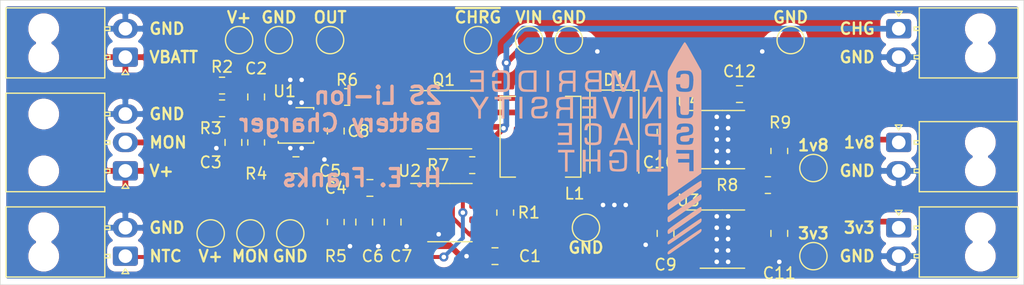
<source format=kicad_pcb>
(kicad_pcb (version 20171130) (host pcbnew "(5.1.10)-1")
  (title_block (title "2S Li-Ion Battery Charger") (date 2021-10-18) (rev 1) (company "Cambridge University Spaceflight") (comment 1 "Drawn By Henry Franks"))
  (layers (0 F.Cu signal) (31 B.Cu signal) (34 B.Paste user) (35 F.Paste user) (36 B.SilkS user) (37 F.SilkS user) (38 B.Mask user) (39 F.Mask user) (44 Edge.Cuts user))
  (net 0 "")
  (net 1 VBATT)
  (net 2 GND)
  (net 3 "Net-(C2-Pad1)")
  (net 4 "Net-(C2-Pad2)")
  (net 5 "Net-(C4-Pad1)")
  (net 6 "Net-(C4-Pad2)")
  (net 7 "Net-(C5-Pad1)")
  (net 8 "Net-(C6-Pad1)")
  (net 9 3v3)
  (net 10 1v8)
  (net 11 "Net-(D1-Pad1)")
  (net 12 /BATT_MON)
  (net 13 "Net-(J2-Pad1)")
  (net 14 "Net-(L1-Pad2)")
  (net 15 "Net-(Q1-Pad4)")
  (net 16 "Net-(Q1-Pad2)")
  (net 17 "Net-(R4-Pad2)")
  (net 18 "Net-(R8-Pad1)")
  (net 19 "Net-(C8-Pad1)")
  (net 20 "Net-(J6-Pad1)")
  (net 21 "Net-(TP3-Pad1)")
  (module Battery:cusf_logo_full (layer B.Cu) (at 156.5 109.5 180)
    (fp_text reference G*** hide)
    (fp_text value LOGO hide)
  )
  (module Battery:TestPoint_Pad_D2.0mm (layer F.Cu) (at 156.5 116.5)
    (fp_text reference TP13)
    (fp_text value TestPoint)
    (pad 1 smd circle (at 0 0) (size 2 2) (layers F.Cu F.Mask) (net 2 GND))
  )
  (module Battery:TestPoint_Pad_D2.0mm (layer F.Cu) (at 174.5 100)
    (fp_text reference TP12)
    (fp_text value TestPoint)
    (pad 1 smd circle (at 0 0) (size 2 2) (layers F.Cu F.Mask) (net 2 GND))
  )
  (module Battery:TestPoint_Pad_D2.0mm (layer F.Cu) (at 155 100)
    (fp_text reference TP5)
    (fp_text value TestPoint)
    (pad 1 smd circle (at 0 0) (size 2 2) (layers F.Cu F.Mask) (net 2 GND))
  )
  (module Battery:C_0805_2012Metric_Pad1.18x1.45mm_HandSolder (layer F.Cu) (at 127.5 105 270)
    (fp_text reference C2 (at -2.5 0 180) (layer F.SilkS))
    (fp_text value 100n)
    (pad 1 smd roundrect (at -1.0375 0 270) (size 1.175 1.45) (layers F.Cu F.Paste F.Mask) (roundrect_rratio 0.2127659574468085) (net 3 "Net-(C2-Pad1)"))
    (pad 2 smd roundrect (at 1.0375 0 270) (size 1.175 1.45) (layers F.Cu F.Paste F.Mask) (roundrect_rratio 0.2127659574468085) (net 4 "Net-(C2-Pad2)"))
  )
  (module Battery:SOIC-8_3.9x4.9mm_P1.27mm (layer F.Cu) (at 168.5 108.75)
    (fp_text reference U4 (at -3 -3.4) (layer F.SilkS))
    (fp_text value MAX604)
    (pad 1 smd roundrect (at -2.475 -1.905) (size 1.95 0.6) (layers F.Cu F.Paste F.Mask) (net 1 VBATT))
    (pad 2 smd roundrect (at -2.475 -0.635) (size 1.95 0.6) (layers F.Cu F.Paste F.Mask) (net 2 GND))
    (pad 3 smd roundrect (at -2.475 0.635) (size 1.95 0.6) (layers F.Cu F.Paste F.Mask) (net 2 GND))
    (pad 4 smd roundrect (at -2.475 1.905) (size 1.95 0.6) (layers F.Cu F.Paste F.Mask) (net 1 VBATT))
    (pad 5 smd roundrect (at 2.475 1.905) (size 1.95 0.6) (layers F.Cu F.Paste F.Mask) (net 18 "Net-(R8-Pad1)"))
    (pad 6 smd roundrect (at 2.475 0.635) (size 1.95 0.6) (layers F.Cu F.Paste F.Mask) (net 2 GND))
    (pad 7 smd roundrect (at 2.475 -0.635) (size 1.95 0.6) (layers F.Cu F.Paste F.Mask) (net 2 GND))
    (pad 8 smd roundrect (at 2.475 -1.905) (size 1.95 0.6) (layers F.Cu F.Paste F.Mask) (net 10 1v8))
  )
  (module Battery:SOIC-8_3.9x4.9mm_P1.27mm (layer F.Cu) (at 168.5 117.5)
    (fp_text reference U3 (at -3 -3.4) (layer F.SilkS))
    (fp_text value MAX604)
    (pad 1 smd roundrect (at -2.475 -1.905) (size 1.95 0.6) (layers F.Cu F.Paste F.Mask) (net 1 VBATT))
    (pad 2 smd roundrect (at -2.475 -0.635) (size 1.95 0.6) (layers F.Cu F.Paste F.Mask) (net 2 GND))
    (pad 3 smd roundrect (at -2.475 0.635) (size 1.95 0.6) (layers F.Cu F.Paste F.Mask) (net 2 GND))
    (pad 4 smd roundrect (at -2.475 1.905) (size 1.95 0.6) (layers F.Cu F.Paste F.Mask) (net 1 VBATT))
    (pad 5 smd roundrect (at 2.475 1.905) (size 1.95 0.6) (layers F.Cu F.Paste F.Mask) (net 2 GND))
    (pad 6 smd roundrect (at 2.475 0.635) (size 1.95 0.6) (layers F.Cu F.Paste F.Mask) (net 2 GND))
    (pad 7 smd roundrect (at 2.475 -0.635) (size 1.95 0.6) (layers F.Cu F.Paste F.Mask) (net 2 GND))
    (pad 8 smd roundrect (at 2.475 -1.905) (size 1.95 0.6) (layers F.Cu F.Paste F.Mask) (net 9 3v3))
  )
  (module Battery:SO-8_3.9x4.9mm_P1.27mm (layer F.Cu) (at 144.54 115.17)
    (fp_text reference U2 (at -3.54 -3.67) (layer F.SilkS))
    (fp_text value LTC4002ES8)
    (pad 1 smd roundrect (at -2.575 -1.905) (size 1.75 0.6) (layers F.Cu F.Paste F.Mask) (net 5 "Net-(C4-Pad1)"))
    (pad 2 smd roundrect (at -2.575 -0.635) (size 1.75 0.6) (layers F.Cu F.Paste F.Mask) (net 8 "Net-(C6-Pad1)"))
    (pad 3 smd roundrect (at -2.575 0.635) (size 1.75 0.6) (layers F.Cu F.Paste F.Mask) (net 16 "Net-(Q1-Pad2)"))
    (pad 4 smd roundrect (at -2.575 1.905) (size 1.75 0.6) (layers F.Cu F.Paste F.Mask) (net 2 GND))
    (pad 5 smd roundrect (at 2.575 1.905) (size 1.75 0.6) (layers F.Cu F.Paste F.Mask) (net 15 "Net-(Q1-Pad4)"))
    (pad 6 smd roundrect (at 2.575 0.635) (size 1.75 0.6) (layers F.Cu F.Paste F.Mask) (net 1 VBATT))
    (pad 7 smd roundrect (at 2.575 -0.635) (size 1.75 0.6) (layers F.Cu F.Paste F.Mask) (net 14 "Net-(L1-Pad2)"))
    (pad 8 smd roundrect (at 2.575 -1.905) (size 1.75 0.6) (layers F.Cu F.Paste F.Mask) (net 20 "Net-(J6-Pad1)"))
  )
  (module Battery:BQ2920X (layer F.Cu) (at 131 107.5)
    (fp_text reference U1 (at -1 -3) (layer F.SilkS))
    (fp_text value BQ29200)
    (pad 9 smd rect (at 0 0) (size 1.55 2.4) (layers F.Cu F.Mask))
    (pad 8 smd rect (at 1.4 -0.975) (size 0.65 0.35) (layers F.Cu F.Paste F.Mask) (net 21 "Net-(TP3-Pad1)"))
    (pad 7 smd rect (at 1.4 -0.325) (size 0.65 0.35) (layers F.Cu F.Paste F.Mask) (net 19 "Net-(C8-Pad1)"))
    (pad 6 smd rect (at 1.4 0.325) (size 0.65 0.35) (layers F.Cu F.Paste F.Mask) (net 2 GND))
    (pad 5 smd rect (at 1.4 0.975) (size 0.65 0.35) (layers F.Cu F.Paste F.Mask) (net 2 GND))
    (pad 4 smd rect (at -1.4 0.975) (size 0.65 0.35) (layers F.Cu F.Paste F.Mask) (net 7 "Net-(C5-Pad1)"))
    (pad 3 smd rect (at -1.4 0.325) (size 0.65 0.35) (layers F.Cu F.Paste F.Mask) (net 17 "Net-(R4-Pad2)"))
    (pad 2 smd rect (at -1.4 -0.325) (size 0.65 0.35) (layers F.Cu F.Paste F.Mask) (net 4 "Net-(C2-Pad2)"))
    (pad 1 smd rect (at -1.4 -0.975) (size 0.65 0.35) (layers F.Cu F.Paste F.Mask) (net 3 "Net-(C2-Pad1)"))
  )
  (module Battery:TestPoint_Pad_D2.0mm (layer F.Cu) (at 130.5 117)
    (fp_text reference TP11)
    (fp_text value TestPoint)
    (pad 1 smd circle (at 0 0) (size 2 2) (layers F.Cu F.Mask) (net 2 GND))
  )
  (module Battery:TestPoint_Pad_D2.0mm (layer F.Cu) (at 127 117)
    (fp_text reference TP10)
    (fp_text value TestPoint)
    (pad 1 smd circle (at 0 0) (size 2 2) (layers F.Cu F.Mask) (net 12 /BATT_MON))
  )
  (module Battery:TestPoint_Pad_D2.0mm (layer F.Cu) (at 123.5 117)
    (fp_text reference TP9)
    (fp_text value TestPoint)
    (pad 1 smd circle (at 0 0) (size 2 2) (layers F.Cu F.Mask) (net 1 VBATT))
  )
  (module Battery:TestPoint_Pad_D2.0mm (layer F.Cu) (at 176.5 111.25)
    (fp_text reference TP8)
    (fp_text value TestPoint)
    (pad 1 smd circle (at 0 0) (size 2 2) (layers F.Cu F.Mask) (net 10 1v8))
  )
  (module Battery:TestPoint_Pad_D2.0mm (layer F.Cu) (at 176.5 119)
    (fp_text reference TP7)
    (fp_text value TestPoint)
    (pad 1 smd circle (at 0 0) (size 2 2) (layers F.Cu F.Mask) (net 9 3v3))
  )
  (module Battery:TestPoint_Pad_D2.0mm (layer F.Cu) (at 147 100)
    (fp_text reference TP6)
    (fp_text value TestPoint)
    (pad 1 smd circle (at 0 0) (size 2 2) (layers F.Cu F.Mask) (net 15 "Net-(Q1-Pad4)"))
  )
  (module Battery:TestPoint_Pad_D2.0mm (layer F.Cu) (at 151.5 100)
    (fp_text reference TP4)
    (fp_text value TestPoint)
    (pad 1 smd circle (at 0 0) (size 2 2) (layers F.Cu F.Mask) (net 13 "Net-(J2-Pad1)"))
  )
  (module Battery:TestPoint_Pad_D2.0mm (layer F.Cu) (at 134 100)
    (fp_text reference TP3)
    (fp_text value TestPoint)
    (pad 1 smd circle (at 0 0) (size 2 2) (layers F.Cu F.Mask) (net 21 "Net-(TP3-Pad1)"))
  )
  (module Battery:TestPoint_Pad_D2.0mm (layer F.Cu) (at 129.5 100)
    (fp_text reference TP2)
    (fp_text value TestPoint)
    (pad 1 smd circle (at 0 0) (size 2 2) (layers F.Cu F.Mask) (net 2 GND))
  )
  (module Battery:TestPoint_Pad_D2.0mm (layer F.Cu) (at 126 100)
    (fp_text reference TP1)
    (fp_text value TestPoint)
    (pad 1 smd circle (at 0 0) (size 2 2) (layers F.Cu F.Mask) (net 1 VBATT))
  )
  (module Battery:R_0805_2012Metric_Pad1.20x1.40mm_HandSolder (layer F.Cu) (at 173.5 109.75 90)
    (fp_text reference R9 (at 2.5 -1 180) (layer F.SilkS) (effects (justify left)))
    (fp_text value 100k)
    (pad 1 smd roundrect (at -1 0 90) (size 1.2 1.4) (layers F.Cu F.Paste F.Mask) (roundrect_rratio 0.2083325) (net 18 "Net-(R8-Pad1)"))
    (pad 2 smd roundrect (at 1 0 90) (size 1.2 1.4) (layers F.Cu F.Paste F.Mask) (roundrect_rratio 0.2083325) (net 10 1v8))
  )
  (module Battery:R_0805_2012Metric_Pad1.20x1.40mm_HandSolder (layer F.Cu) (at 172.5 112.75 180)
    (fp_text reference R8 (at 2.5 0 180) (layer F.SilkS) (effects (justify right)))
    (fp_text value 200k)
    (pad 1 smd roundrect (at -1 0 180) (size 1.2 1.4) (layers F.Cu F.Paste F.Mask) (roundrect_rratio 0.2083325) (net 18 "Net-(R8-Pad1)"))
    (pad 2 smd roundrect (at 1 0 180) (size 1.2 1.4) (layers F.Cu F.Paste F.Mask) (roundrect_rratio 0.2083325) (net 2 GND))
  )
  (module Battery:R_0805_2012Metric_Pad1.20x1.40mm_HandSolder (layer F.Cu) (at 146.5 111)
    (fp_text reference R7 (at -3 0) (layer F.SilkS))
    (fp_text value 100k)
    (pad 2 smd roundrect (at 1 0) (size 1.2 1.4) (layers F.Cu F.Paste F.Mask) (roundrect_rratio 0.2083325) (net 13 "Net-(J2-Pad1)"))
    (pad 1 smd roundrect (at -1 0) (size 1.2 1.4) (layers F.Cu F.Paste F.Mask) (roundrect_rratio 0.2083325) (net 15 "Net-(Q1-Pad4)"))
  )
  (module Battery:R_0805_2012Metric_Pad1.20x1.40mm_HandSolder (layer F.Cu) (at 135.5 105 180)
    (fp_text reference R6 (at 0 1.5) (layer F.SilkS))
    (fp_text value 100)
    (pad 2 smd roundrect (at 1 0 180) (size 1.2 1.4) (layers F.Cu F.Paste F.Mask) (roundrect_rratio 0.2083325) (net 19 "Net-(C8-Pad1)"))
    (pad 1 smd roundrect (at -1 0 180) (size 1.2 1.4) (layers F.Cu F.Paste F.Mask) (roundrect_rratio 0.2083325) (net 1 VBATT))
  )
  (module Battery:R_0805_2012Metric_Pad1.20x1.40mm_HandSolder (layer F.Cu) (at 134.5 116 270)
    (fp_text reference R5 (at 3 0 180) (layer F.SilkS))
    (fp_text value 2k2)
    (pad 2 smd roundrect (at 1 0 270) (size 1.2 1.4) (layers F.Cu F.Paste F.Mask) (roundrect_rratio 0.2083325) (net 2 GND))
    (pad 1 smd roundrect (at -1 0 270) (size 1.2 1.4) (layers F.Cu F.Paste F.Mask) (roundrect_rratio 0.2083325) (net 6 "Net-(C4-Pad2)"))
  )
  (module Battery:R_0805_2012Metric_Pad1.20x1.40mm_HandSolder (layer F.Cu) (at 127.5 109 90)
    (fp_text reference R4 (at -2.75 0 180) (layer F.SilkS))
    (fp_text value 100)
    (pad 2 smd roundrect (at 1 0 90) (size 1.2 1.4) (layers F.Cu F.Paste F.Mask) (roundrect_rratio 0.2083325) (net 17 "Net-(R4-Pad2)"))
    (pad 1 smd roundrect (at -1 0 90) (size 1.2 1.4) (layers F.Cu F.Paste F.Mask) (roundrect_rratio 0.2083325) (net 12 /BATT_MON))
  )
  (module Battery:R_0805_2012Metric_Pad1.20x1.40mm_HandSolder (layer F.Cu) (at 124.5 106)
    (fp_text reference R3 (at -1 1.75) (layer F.SilkS))
    (fp_text value 261)
    (pad 2 smd roundrect (at 1 0) (size 1.2 1.4) (layers F.Cu F.Paste F.Mask) (roundrect_rratio 0.2083325) (net 4 "Net-(C2-Pad2)"))
    (pad 1 smd roundrect (at -1 0) (size 1.2 1.4) (layers F.Cu F.Paste F.Mask) (roundrect_rratio 0.2083325) (net 12 /BATT_MON))
  )
  (module Battery:R_0805_2012Metric_Pad1.20x1.40mm_HandSolder (layer F.Cu) (at 124.5 104)
    (fp_text reference R2 (at 0 -1.65) (layer F.SilkS))
    (fp_text value 160)
    (pad 2 smd roundrect (at 1 0) (size 1.2 1.4) (layers F.Cu F.Paste F.Mask) (roundrect_rratio 0.2083325) (net 3 "Net-(C2-Pad1)"))
    (pad 1 smd roundrect (at -1 0) (size 1.2 1.4) (layers F.Cu F.Paste F.Mask) (roundrect_rratio 0.2083325) (net 1 VBATT))
  )
  (module Battery:R_0805_2012Metric_Pad1.20x1.40mm_HandSolder (layer F.Cu) (at 149.4 115.17 90)
    (fp_text reference R1 (at 0 1 180) (layer F.SilkS) (effects (justify left)))
    (fp_text value 50m)
    (pad 2 smd roundrect (at 1 0 90) (size 1.2 1.4) (layers F.Cu F.Paste F.Mask) (roundrect_rratio 0.2083325) (net 14 "Net-(L1-Pad2)"))
    (pad 1 smd roundrect (at -1 0 90) (size 1.2 1.4) (layers F.Cu F.Paste F.Mask) (roundrect_rratio 0.2083325) (net 1 VBATT))
  )
  (module Battery:SOIC-8_3.9x4.9mm_P1.27mm (layer F.Cu) (at 144.5 107)
    (fp_text reference Q1 (at -0.5 -3.5) (layer F.SilkS))
    (fp_text value Si9933CDY)
    (pad 8 smd roundrect (at 2.475 -1.905) (size 1.95 0.6) (layers F.Cu F.Paste F.Mask) (net 11 "Net-(D1-Pad1)"))
    (pad 7 smd roundrect (at 2.475 -0.635) (size 1.95 0.6) (layers F.Cu F.Paste F.Mask) (net 11 "Net-(D1-Pad1)"))
    (pad 6 smd roundrect (at 2.475 0.635) (size 1.95 0.6) (layers F.Cu F.Paste F.Mask) (net 13 "Net-(J2-Pad1)"))
    (pad 5 smd roundrect (at 2.475 1.905) (size 1.95 0.6) (layers F.Cu F.Paste F.Mask) (net 13 "Net-(J2-Pad1)"))
    (pad 4 smd roundrect (at -2.475 1.905) (size 1.95 0.6) (layers F.Cu F.Paste F.Mask) (net 15 "Net-(Q1-Pad4)"))
    (pad 3 smd roundrect (at -2.475 0.635) (size 1.95 0.6) (layers F.Cu F.Paste F.Mask) (net 8 "Net-(C6-Pad1)"))
    (pad 2 smd roundrect (at -2.475 -0.635) (size 1.95 0.6) (layers F.Cu F.Paste F.Mask) (net 16 "Net-(Q1-Pad2)"))
    (pad 1 smd roundrect (at -2.475 -1.905) (size 1.95 0.6) (layers F.Cu F.Paste F.Mask) (net 8 "Net-(C6-Pad1)"))
  )
  (module Battery:L_Wuerth_HCI-7050 (layer F.Cu) (at 152.5 108.5 270)
    (fp_text reference L1 (at 5 -3 180) (layer F.SilkS))
    (fp_text value 6u8)
    (pad 1 smd rect (at -2.8 0 270) (size 3.1 3.6) (layers F.Cu F.Adhes F.Paste F.Mask) (net 11 "Net-(D1-Pad1)"))
    (pad 2 smd rect (at 2.8 0 270) (size 3.1 3.6) (layers F.Cu F.Paste F.Mask) (net 14 "Net-(L1-Pad2)"))
  )
  (module Battery:Molex_Nano-Fit_105313-xx02_1x02_P2.50mm_Horizontal (layer F.Cu) (at 116 119 180)
    (fp_text reference J6)
    (fp_text value NTC)
    (pad 1 thru_hole roundrect (at 0 0 180) (size 2.2 1.7) (drill 1.2) (layers *.Cu *.Mask) (roundrect_rratio 0.1470588235294118) (net 20 "Net-(J6-Pad1)"))
    (pad 2 thru_hole oval (at 0 2.5 180) (size 2.2 1.7) (drill 1.2) (layers *.Cu *.Mask) (net 2 GND))
    (pad "" np_thru_hole circle (at 7.18 0 180) (size 1.7 1.7) (drill 1.7) (layers *.Cu *.Mask))
    (pad "" np_thru_hole circle (at 7.18 2.5 180) (size 1.7 1.7) (drill 1.7) (layers *.Cu *.Mask))
  )
  (module Battery:Molex_Nano-Fit_105313-xx02_1x02_P2.50mm_Horizontal (layer F.Cu) (at 184 109)
    (fp_text reference J5)
    (fp_text value 1v8)
    (pad "" np_thru_hole circle (at 7.18 2.5) (size 1.7 1.7) (drill 1.7) (layers *.Cu *.Mask))
    (pad "" np_thru_hole circle (at 7.18 0) (size 1.7 1.7) (drill 1.7) (layers *.Cu *.Mask))
    (pad 2 thru_hole oval (at 0 2.5) (size 2.2 1.7) (drill 1.2) (layers *.Cu *.Mask) (net 2 GND))
    (pad 1 thru_hole roundrect (at 0 0) (size 2.2 1.7) (drill 1.2) (layers *.Cu *.Mask) (roundrect_rratio 0.1470588235294118) (net 10 1v8))
  )
  (module Battery:Molex_Nano-Fit_105313-xx02_1x02_P2.50mm_Horizontal (layer F.Cu) (at 184 116.5)
    (fp_text reference J4)
    (fp_text value 3v3)
    (pad "" np_thru_hole circle (at 7.18 2.5) (size 1.7 1.7) (drill 1.7) (layers *.Cu *.Mask))
    (pad "" np_thru_hole circle (at 7.18 0) (size 1.7 1.7) (drill 1.7) (layers *.Cu *.Mask))
    (pad 2 thru_hole oval (at 0 2.5) (size 2.2 1.7) (drill 1.2) (layers *.Cu *.Mask) (net 2 GND))
    (pad 1 thru_hole roundrect (at 0 0) (size 2.2 1.7) (drill 1.2) (layers *.Cu *.Mask) (roundrect_rratio 0.1470588235294118) (net 9 3v3))
  )
  (module Battery:Molex_Nano-Fit_105313-xx02_1x02_P2.50mm_Horizontal (layer F.Cu) (at 116 101.5 180)
    (fp_text reference J3)
    (fp_text value PWR)
    (pad 1 thru_hole roundrect (at 0 0 180) (size 2.2 1.7) (drill 1.2) (layers *.Cu *.Mask) (roundrect_rratio 0.1470588235294118) (net 1 VBATT))
    (pad 2 thru_hole oval (at 0 2.5 180) (size 2.2 1.7) (drill 1.2) (layers *.Cu *.Mask) (net 2 GND))
    (pad "" np_thru_hole circle (at 7.18 0 180) (size 1.7 1.7) (drill 1.7) (layers *.Cu *.Mask))
    (pad "" np_thru_hole circle (at 7.18 2.5 180) (size 1.7 1.7) (drill 1.7) (layers *.Cu *.Mask))
  )
  (module Battery:Molex_Nano-Fit_105313-xx02_1x02_P2.50mm_Horizontal (layer F.Cu) (at 184 99)
    (fp_text reference J2)
    (fp_text value CHG)
    (pad "" np_thru_hole circle (at 7.18 2.5) (size 1.7 1.7) (drill 1.7) (layers *.Cu *.Mask))
    (pad "" np_thru_hole circle (at 7.18 0) (size 1.7 1.7) (drill 1.7) (layers *.Cu *.Mask))
    (pad 2 thru_hole oval (at 0 2.5) (size 2.2 1.7) (drill 1.2) (layers *.Cu *.Mask) (net 2 GND))
    (pad 1 thru_hole roundrect (at 0 0) (size 2.2 1.7) (drill 1.2) (layers *.Cu *.Mask) (roundrect_rratio 0.1470588235294118) (net 13 "Net-(J2-Pad1)"))
  )
  (module Battery:Molex_Nano-Fit_105313-xx03_1x03_P2.50mm_Horizontal (layer F.Cu) (at 116 111.5 180)
    (fp_text reference J1)
    (fp_text value BATTERY)
    (pad 1 thru_hole roundrect (at 0 0 180) (size 2.2 1.7) (drill 1.2) (layers *.Cu *.Mask) (roundrect_rratio 0.1470588235294118) (net 1 VBATT))
    (pad 2 thru_hole oval (at 0 2.5 180) (size 2.2 1.7) (drill 1.2) (layers *.Cu *.Mask) (net 12 /BATT_MON))
    (pad 3 thru_hole oval (at 0 5 180) (size 2.2 1.7) (drill 1.2) (layers *.Cu *.Mask) (net 2 GND))
    (pad "" np_thru_hole circle (at 7.18 0 180) (size 1.7 1.7) (drill 1.7) (layers *.Cu *.Mask))
    (pad "" np_thru_hole circle (at 7.18 5 180) (size 1.7 1.7) (drill 1.7) (layers *.Cu *.Mask))
  )
  (module Battery:D_SMB_Handsoldering (layer F.Cu) (at 159 109 270)
    (fp_text reference D1 (at -5.5 0 180) (layer F.SilkS))
    (fp_text value B330)
    (pad 1 smd rect (at -2.7 0 270) (size 3.5 2.3) (layers F.Cu F.Paste F.Mask) (net 11 "Net-(D1-Pad1)"))
    (pad 2 smd rect (at 2.7 0 270) (size 3.5 2.3) (layers F.Cu F.Paste F.Mask) (net 2 GND))
  )
  (module Battery:C_0805_2012Metric_Pad1.18x1.45mm_HandSolder (layer F.Cu) (at 170 104.75 180)
    (fp_text reference C12 (at 0 2) (layer F.SilkS))
    (fp_text value 10u)
    (pad 2 smd roundrect (at 1.0375 0 180) (size 1.175 1.45) (layers F.Cu F.Paste F.Mask) (roundrect_rratio 0.2127659574468085) (net 2 GND))
    (pad 1 smd roundrect (at -1.0375 0 180) (size 1.175 1.45) (layers F.Cu F.Paste F.Mask) (roundrect_rratio 0.2127659574468085) (net 10 1v8))
  )
  (module Battery:C_0805_2012Metric_Pad1.18x1.45mm_HandSolder (layer F.Cu) (at 173.5 117 270)
    (fp_text reference C11 (at 3.5 0 180) (layer F.SilkS))
    (fp_text value 10u)
    (pad 2 smd roundrect (at 1.0375 0 270) (size 1.175 1.45) (layers F.Cu F.Paste F.Mask) (roundrect_rratio 0.2127659574468085) (net 2 GND))
    (pad 1 smd roundrect (at -1.0375 0 270) (size 1.175 1.45) (layers F.Cu F.Paste F.Mask) (roundrect_rratio 0.2127659574468085) (net 9 3v3))
  )
  (module Battery:C_0805_2012Metric_Pad1.18x1.45mm_HandSolder (layer F.Cu) (at 163.5 108.1 270)
    (fp_text reference C10 (at 2.65 -1 180) (layer F.SilkS) (effects (justify right)))
    (fp_text value 10u)
    (pad 2 smd roundrect (at 1.0375 0 270) (size 1.175 1.45) (layers F.Cu F.Paste F.Mask) (roundrect_rratio 0.2127659574468085) (net 2 GND))
    (pad 1 smd roundrect (at -1.0375 0 270) (size 1.175 1.45) (layers F.Cu F.Paste F.Mask) (roundrect_rratio 0.2127659574468085) (net 1 VBATT))
  )
  (module Battery:C_0805_2012Metric_Pad1.18x1.45mm_HandSolder (layer F.Cu) (at 163.5 117 270)
    (fp_text reference C9 (at 2.75 0 180) (layer F.SilkS))
    (fp_text value 10u)
    (pad 2 smd roundrect (at 1.0375 0 270) (size 1.175 1.45) (layers F.Cu F.Paste F.Mask) (roundrect_rratio 0.2127659574468085) (net 2 GND))
    (pad 1 smd roundrect (at -1.0375 0 270) (size 1.175 1.45) (layers F.Cu F.Paste F.Mask) (roundrect_rratio 0.2127659574468085) (net 1 VBATT))
  )
  (module Battery:C_0805_2012Metric_Pad1.18x1.45mm_HandSolder (layer F.Cu) (at 134.5 108 270)
    (fp_text reference C8 (at 0 -2 180) (layer F.SilkS))
    (fp_text value 100n)
    (pad 1 smd roundrect (at -1.0375 0 270) (size 1.175 1.45) (layers F.Cu F.Paste F.Mask) (roundrect_rratio 0.2127659574468085) (net 19 "Net-(C8-Pad1)"))
    (pad 2 smd roundrect (at 1.0375 0 270) (size 1.175 1.45) (layers F.Cu F.Paste F.Mask) (roundrect_rratio 0.2127659574468085) (net 2 GND))
  )
  (module Battery:C_0805_2012Metric_Pad1.18x1.45mm_HandSolder (layer F.Cu) (at 139.5 116 270)
    (fp_text reference C7 (at 3 -0.75 180) (layer F.SilkS))
    (fp_text value 10u)
    (pad 1 smd roundrect (at -1.0375 0 270) (size 1.175 1.45) (layers F.Cu F.Paste F.Mask) (roundrect_rratio 0.2127659574468085) (net 8 "Net-(C6-Pad1)"))
    (pad 2 smd roundrect (at 1.0375 0 270) (size 1.175 1.45) (layers F.Cu F.Paste F.Mask) (roundrect_rratio 0.2127659574468085) (net 2 GND))
  )
  (module Battery:C_0805_2012Metric_Pad1.18x1.45mm_HandSolder (layer F.Cu) (at 137 116 270)
    (fp_text reference C6 (at 3 -0.75 180) (layer F.SilkS))
    (fp_text value 100n)
    (pad 1 smd roundrect (at -1.0375 0 270) (size 1.175 1.45) (layers F.Cu F.Paste F.Mask) (roundrect_rratio 0.2127659574468085) (net 8 "Net-(C6-Pad1)"))
    (pad 2 smd roundrect (at 1.0375 0 270) (size 1.175 1.45) (layers F.Cu F.Paste F.Mask) (roundrect_rratio 0.2127659574468085) (net 2 GND))
  )
  (module Battery:C_0805_2012Metric_Pad1.18x1.45mm_HandSolder (layer F.Cu) (at 131 111)
    (fp_text reference C5 (at 3 0.5) (layer F.SilkS))
    (fp_text value 330n)
    (pad 1 smd roundrect (at -1.0375 0) (size 1.175 1.45) (layers F.Cu F.Paste F.Mask) (roundrect_rratio 0.2127659574468085) (net 7 "Net-(C5-Pad1)"))
    (pad 2 smd roundrect (at 1.0375 0) (size 1.175 1.45) (layers F.Cu F.Paste F.Mask) (roundrect_rratio 0.2127659574468085) (net 2 GND))
  )
  (module Battery:C_0805_2012Metric_Pad1.18x1.45mm_HandSolder (layer F.Cu) (at 137.5 113 180)
    (fp_text reference C4 (at 3 0) (layer F.SilkS))
    (fp_text value 470n)
    (pad 1 smd roundrect (at -1.0375 0 180) (size 1.175 1.45) (layers F.Cu F.Paste F.Mask) (roundrect_rratio 0.2127659574468085) (net 5 "Net-(C4-Pad1)"))
    (pad 2 smd roundrect (at 1.0375 0 180) (size 1.175 1.45) (layers F.Cu F.Paste F.Mask) (roundrect_rratio 0.2127659574468085) (net 6 "Net-(C4-Pad2)"))
  )
  (module Battery:C_0805_2012Metric_Pad1.18x1.45mm_HandSolder (layer F.Cu) (at 125.5 109 270)
    (fp_text reference C3 (at 1.75 2 180) (layer F.SilkS))
    (fp_text value 100n)
    (pad 1 smd roundrect (at -1.0375 0 270) (size 1.175 1.45) (layers F.Cu F.Paste F.Mask) (roundrect_rratio 0.2127659574468085) (net 4 "Net-(C2-Pad2)"))
    (pad 2 smd roundrect (at 1.0375 0 270) (size 1.175 1.45) (layers F.Cu F.Paste F.Mask) (roundrect_rratio 0.2127659574468085) (net 2 GND))
  )
  (module Battery:C_0805_2012Metric_Pad1.18x1.45mm_HandSolder (layer F.Cu) (at 148.5 119 180)
    (fp_text reference C1 (at -2 0 180) (layer F.SilkS) (effects (justify left)))
    (fp_text value 22u)
    (pad 1 smd roundrect (at -1.0375 0 180) (size 1.175 1.45) (layers F.Cu F.Paste F.Mask) (roundrect_rratio 0.2127659574468085) (net 1 VBATT))
    (pad 2 smd roundrect (at 1.0375 0 180) (size 1.175 1.45) (layers F.Cu F.Paste F.Mask) (roundrect_rratio 0.2127659574468085) (net 2 GND))
  )
  (gr_text "2S Li-Ion\nBattery Charger\n\nH. E. Franks" (at 144 108.5) (layer B.SilkS) (effects (font (size 1.5 1.5) (thickness 0.3)) (justify left mirror)))
  (gr_text GND (at 182 101.5) (layer F.SilkS) (effects (font (size 1 1) (thickness 0.2)) (justify right)))
  (gr_text CHG (at 182 99) (layer F.SilkS) (effects (font (size 1 1) (thickness 0.2)) (justify right)))
  (gr_text 1v8 (at 182 109) (layer F.SilkS) (effects (font (size 1 1) (thickness 0.2)) (justify right)))
  (gr_text 3v3 (at 182 116.5) (layer F.SilkS) (effects (font (size 1 1) (thickness 0.2)) (justify right)))
  (gr_text GND (at 182 119) (layer F.SilkS) (effects (font (size 1 1) (thickness 0.2)) (justify right)))
  (gr_text GND (at 182 111.5) (layer F.SilkS) (effects (font (size 1 1) (thickness 0.2)) (justify right)))
  (gr_text VBATT (at 118 101.5) (layer F.SilkS) (effects (font (size 1 1) (thickness 0.2)) (justify left)))
  (gr_text GND (at 118 99) (layer F.SilkS) (effects (font (size 1 1) (thickness 0.2)) (justify left)))
  (gr_text NTC (at 118 119) (layer F.SilkS) (effects (font (size 1 1) (thickness 0.2)) (justify left)))
  (gr_text GND (at 118 116.5) (layer F.SilkS) (effects (font (size 1 1) (thickness 0.2)) (justify left)))
  (gr_text GND (at 118 106.5) (layer F.SilkS) (effects (font (size 1 1) (thickness 0.2)) (justify left)))
  (gr_text MON (at 118 109) (layer F.SilkS) (effects (font (size 1 1) (thickness 0.2)) (justify left)))
  (gr_text V+ (at 118 111.5) (layer F.SilkS) (effects (font (size 1 1) (thickness 0.2)) (justify left)))
  (gr_text 3v3 (at 176.5 117) (layer F.SilkS) (effects (font (size 1 1) (thickness 0.2))))
  (gr_text 1v8 (at 176.5 109.25) (layer F.SilkS) (effects (font (size 1 1) (thickness 0.2))))
  (gr_text GND (at 174.5 98) (layer F.SilkS) (effects (font (size 1 1) (thickness 0.2))))
  (gr_text GND (at 156.5 118.25) (layer F.SilkS) (effects (font (size 1 1) (thickness 0.2))))
  (gr_text GND (at 155 98) (layer F.SilkS) (effects (font (size 1 1) (thickness 0.2))))
  (gr_text VIN (at 151.5 98) (layer F.SilkS) (effects (font (size 1 1) (thickness 0.2))))
  (gr_text GND (at 129.5 98) (layer F.SilkS) (effects (font (size 1 1) (thickness 0.2))))
  (gr_text V+ (at 126 98) (layer F.SilkS) (effects (font (size 1 1) (thickness 0.2))))
  (gr_text GND (at 130.5 119) (layer F.SilkS) (effects (font (size 1 1) (thickness 0.2))))
  (gr_text MON (at 127 119) (layer F.SilkS) (effects (font (size 1 1) (thickness 0.2))))
  (gr_text V+ (at 123.5 119) (layer F.SilkS) (effects (font (size 1 1) (thickness 0.2))))
  (gr_line (start 105 121.5) (end 105 96.5) (layer Edge.Cuts) (width 0.05))
  (gr_line (start 195 121.5) (end 105 121.5) (layer Edge.Cuts) (width 0.05))
  (gr_line (start 195 96.5) (end 195 121.5) (layer Edge.Cuts) (width 0.05))
  (gr_line (start 105 96.5) (end 195 96.5) (layer Edge.Cuts) (width 0.05))
  (gr_text ~CHRG (at 147 98) (layer F.SilkS) (effects (font (size 1 1) (thickness 0.2))))
  (gr_text OUT (at 134 98) (layer F.SilkS) (effects (font (size 1 1) (thickness 0.2))))
  (segment (start 149.5 118.9625) (end 149.5375 119) (width 0.5) (layer F.Cu) (net 1))
  (segment (start 163.8675 115.595) (end 163.5 115.9625) (width 0.5) (layer F.Cu) (net 1))
  (segment (start 166.025 115.595) (end 163.8675 115.595) (width 0.5) (layer F.Cu) (net 1))
  (segment (start 163.7175 106.845) (end 163.5 107.0625) (width 0.5) (layer F.Cu) (net 1))
  (segment (start 166.025 106.845) (end 163.7175 106.845) (width 0.5) (layer F.Cu) (net 1))
  (segment (start 149.035 115.805) (end 149.4 116.17) (width 0.25) (layer F.Cu) (net 1))
  (segment (start 147.115 115.805) (end 149.035 115.805) (width 0.25) (layer F.Cu) (net 1))
  (via (at 130.5 109.5) (size 0.8) (drill 0.4) (layers F.Cu B.Cu) (net 2))
  (via (at 131.5 109.5) (size 0.8) (drill 0.4) (layers F.Cu B.Cu) (net 2))
  (via (at 131.5 105.5) (size 0.8) (drill 0.4) (layers F.Cu B.Cu) (net 2))
  (via (at 130.5 105.5) (size 0.8) (drill 0.4) (layers F.Cu B.Cu) (net 2))
  (segment (start 130.5 107) (end 131 107.5) (width 0.5) (layer F.Cu) (net 2))
  (segment (start 130.5 105.5) (end 130.5 107) (width 0.5) (layer F.Cu) (net 2))
  (segment (start 131.5 107) (end 131 107.5) (width 0.5) (layer F.Cu) (net 2))
  (segment (start 131.5 105.5) (end 131.5 107) (width 0.5) (layer F.Cu) (net 2))
  (segment (start 130.5 108) (end 131 107.5) (width 0.5) (layer F.Cu) (net 2))
  (segment (start 130.5 109.5) (end 130.5 108) (width 0.5) (layer F.Cu) (net 2))
  (segment (start 131.5 108) (end 131 107.5) (width 0.5) (layer F.Cu) (net 2))
  (segment (start 131.5 109.5) (end 131.5 108) (width 0.5) (layer F.Cu) (net 2))
  (segment (start 173.4025 118.135) (end 173.5 118.0375) (width 0.5) (layer F.Cu) (net 2))
  (segment (start 170.975 118.135) (end 173.4025 118.135) (width 0.5) (layer F.Cu) (net 2))
  (segment (start 163.7475 109.385) (end 163.5 109.1375) (width 0.5) (layer F.Cu) (net 2))
  (segment (start 166.025 109.385) (end 163.7475 109.385) (width 0.5) (layer F.Cu) (net 2))
  (via (at 169 110.75) (size 0.8) (drill 0.4) (layers F.Cu B.Cu) (net 2))
  (via (at 169 109.75) (size 0.8) (drill 0.4) (layers F.Cu B.Cu) (net 2))
  (via (at 169 108.75) (size 0.8) (drill 0.4) (layers F.Cu B.Cu) (net 2))
  (via (at 169 107.75) (size 0.8) (drill 0.4) (layers F.Cu B.Cu) (net 2))
  (via (at 169 106.75) (size 0.8) (drill 0.4) (layers F.Cu B.Cu) (net 2))
  (via (at 169 119.5) (size 0.8) (drill 0.4) (layers F.Cu B.Cu) (net 2))
  (via (at 169 118.5) (size 0.8) (drill 0.4) (layers F.Cu B.Cu) (net 2))
  (via (at 169 117.5) (size 0.8) (drill 0.4) (layers F.Cu B.Cu) (net 2))
  (via (at 169 116.5) (size 0.8) (drill 0.4) (layers F.Cu B.Cu) (net 2))
  (via (at 169 115.5) (size 0.8) (drill 0.4) (layers F.Cu B.Cu) (net 2))
  (via (at 168 119.5) (size 0.8) (drill 0.4) (layers F.Cu B.Cu) (net 2))
  (via (at 168 118.5) (size 0.8) (drill 0.4) (layers F.Cu B.Cu) (net 2))
  (via (at 168 117.5) (size 0.8) (drill 0.4) (layers F.Cu B.Cu) (net 2))
  (via (at 168 116.5) (size 0.8) (drill 0.4) (layers F.Cu B.Cu) (net 2))
  (via (at 168 115.5) (size 0.8) (drill 0.4) (layers F.Cu B.Cu) (net 2))
  (via (at 168 106.75) (size 0.8) (drill 0.4) (layers F.Cu B.Cu) (net 2))
  (via (at 168 107.75) (size 0.8) (drill 0.4) (layers F.Cu B.Cu) (net 2))
  (via (at 168 108.75) (size 0.8) (drill 0.4) (layers F.Cu B.Cu) (net 2))
  (via (at 168 110.75) (size 0.8) (drill 0.4) (layers F.Cu B.Cu) (net 2))
  (segment (start 171 112.75) (end 171.5 112.75) (width 0.5) (layer F.Cu) (net 2))
  (segment (start 169 110.75) (end 171 112.75) (width 0.5) (layer F.Cu) (net 2))
  (segment (start 137 117.0375) (end 139.5 117.0375) (width 0.5) (layer F.Cu) (net 2))
  (segment (start 134.5375 117.0375) (end 134.5 117) (width 0.5) (layer F.Cu) (net 2))
  (segment (start 137 117.0375) (end 134.5375 117.0375) (width 0.5) (layer F.Cu) (net 2))
  (segment (start 141.9275 117.0375) (end 141.965 117.075) (width 0.5) (layer F.Cu) (net 2))
  (segment (start 139.5 117.0375) (end 141.9275 117.0375) (width 0.5) (layer F.Cu) (net 2))
  (via (at 159 114.5) (size 0.8) (drill 0.4) (layers F.Cu B.Cu) (net 2))
  (segment (start 159 111.7) (end 159 114.5) (width 0.5) (layer F.Cu) (net 2))
  (via (at 173.5 119.5) (size 0.8) (drill 0.4) (layers F.Cu B.Cu) (net 2))
  (segment (start 173.5 118.0375) (end 173.5 119.5) (width 0.5) (layer F.Cu) (net 2))
  (segment (start 173.405 119.405) (end 173.5 119.5) (width 0.5) (layer F.Cu) (net 2))
  (segment (start 170.975 119.405) (end 173.405 119.405) (width 0.5) (layer F.Cu) (net 2))
  (segment (start 164.5225 108.115) (end 163.5 109.1375) (width 0.5) (layer F.Cu) (net 2))
  (segment (start 166.025 108.115) (end 164.5225 108.115) (width 0.5) (layer F.Cu) (net 2))
  (segment (start 172.3275 116.865) (end 173.5 118.0375) (width 0.5) (layer F.Cu) (net 2))
  (segment (start 170.975 116.865) (end 172.3275 116.865) (width 0.5) (layer F.Cu) (net 2))
  (segment (start 163.5975 118.135) (end 163.5 118.0375) (width 0.5) (layer F.Cu) (net 2))
  (segment (start 166.025 118.135) (end 163.5975 118.135) (width 0.5) (layer F.Cu) (net 2))
  (segment (start 164.6725 116.865) (end 163.5 118.0375) (width 0.5) (layer F.Cu) (net 2))
  (segment (start 166.025 116.865) (end 164.6725 116.865) (width 0.5) (layer F.Cu) (net 2))
  (segment (start 168 105.7125) (end 168.9625 104.75) (width 0.5) (layer F.Cu) (net 2))
  (segment (start 168 106.75) (end 168 105.7125) (width 0.5) (layer F.Cu) (net 2))
  (segment (start 169 104.7875) (end 168.9625 104.75) (width 0.5) (layer F.Cu) (net 2))
  (segment (start 169 106.75) (end 169 104.7875) (width 0.5) (layer F.Cu) (net 2))
  (segment (start 125.5 110.0375) (end 125.0375 110.0375) (width 0.5) (layer F.Cu) (net 2))
  (via (at 124 109.5) (size 0.8) (drill 0.4) (layers F.Cu B.Cu) (net 2))
  (segment (start 125.5 110.0375) (end 124.5375 110.0375) (width 0.5) (layer F.Cu) (net 2))
  (segment (start 132.9625 109.0375) (end 132.4 108.475) (width 0.35) (layer F.Cu) (net 2))
  (segment (start 134.5 109.0375) (end 132.9625 109.0375) (width 0.35) (layer F.Cu) (net 2))
  (segment (start 131.325001 107.825001) (end 132.4 107.825001) (width 0.35) (layer F.Cu) (net 2))
  (segment (start 131 107.5) (end 131.325001 107.825001) (width 0.35) (layer F.Cu) (net 2))
  (segment (start 132.4 108.475) (end 130.525 108.475) (width 0.35) (layer F.Cu) (net 2))
  (segment (start 132.0375 110.0375) (end 131.5 109.5) (width 0.5) (layer F.Cu) (net 2))
  (segment (start 132.0375 111) (end 132.0375 110.0375) (width 0.5) (layer F.Cu) (net 2))
  (segment (start 130.5 105.5) (end 131.5 105.5) (width 0.5) (layer F.Cu) (net 2))
  (segment (start 130.5 109.5) (end 131.5 109.5) (width 0.5) (layer F.Cu) (net 2))
  (via (at 158 114.5) (size 0.8) (drill 0.4) (layers F.Cu B.Cu) (net 2))
  (segment (start 159 114.5) (end 158 114.5) (width 0.5) (layer F.Cu) (net 2))
  (via (at 160 114.5) (size 0.8) (drill 0.4) (layers F.Cu B.Cu) (net 2))
  (segment (start 159 114.5) (end 160 114.5) (width 0.5) (layer F.Cu) (net 2))
  (segment (start 158 112.7) (end 159 111.7) (width 0.5) (layer F.Cu) (net 2))
  (segment (start 158 114.5) (end 158 112.7) (width 0.5) (layer F.Cu) (net 2))
  (segment (start 160 112.7) (end 159 111.7) (width 0.5) (layer F.Cu) (net 2))
  (segment (start 160 114.5) (end 160 112.7) (width 0.5) (layer F.Cu) (net 2))
  (via (at 168 109.75) (size 0.8) (drill 0.4) (layers F.Cu B.Cu) (net 2))
  (segment (start 133 111) (end 132.0375 111) (width 0.5) (layer F.Cu) (net 2))
  (segment (start 133.5 110.5) (end 133 111) (width 0.5) (layer F.Cu) (net 2))
  (via (at 133.5 110.5) (size 0.8) (drill 0.4) (layers F.Cu B.Cu) (net 2))
  (segment (start 134.5 109.0375) (end 134.5 109.5) (width 0.5) (layer F.Cu) (net 2))
  (segment (start 134.5 109.5) (end 133.5 110.5) (width 0.5) (layer F.Cu) (net 2))
  (via (at 172 101) (size 0.8) (drill 0.4) (layers F.Cu B.Cu) (net 2))
  (via (at 157.5 101) (size 0.8) (drill 0.4) (layers F.Cu B.Cu) (net 2))
  (segment (start 129.5 100) (end 130.5 101) (width 0.5) (layer F.Cu) (net 2))
  (segment (start 130.5 101) (end 130.5 103.5) (width 0.5) (layer F.Cu) (net 2))
  (segment (start 143.575 117.075) (end 143.575 117.075) (width 0.35) (layer F.Cu) (net 2))
  (via (at 143.54999 117.075) (size 0.8) (drill 0.4) (layers F.Cu B.Cu) (net 2))
  (segment (start 143.575 117.075) (end 143.54999 117.075) (width 0.35) (layer F.Cu) (net 2))
  (segment (start 130.5 103.5) (end 130.5 105.5) (width 0.5) (layer F.Cu) (net 2))
  (via (at 130.5 103.5) (size 0.8) (drill 0.4) (layers F.Cu B.Cu) (net 2))
  (via (at 131.5 103.5) (size 0.8) (drill 0.4) (layers F.Cu B.Cu) (net 2))
  (segment (start 130.5 103.5) (end 131.5 103.5) (width 0.5) (layer F.Cu) (net 2))
  (segment (start 131.5 105.5) (end 131.5 103.5) (width 0.5) (layer F.Cu) (net 2))
  (segment (start 131.5 102) (end 130.5 101) (width 0.5) (layer F.Cu) (net 2))
  (segment (start 131.5 103.5) (end 131.5 102) (width 0.5) (layer F.Cu) (net 2))
  (segment (start 141.965 117.075) (end 143.54999 117.075) (width 0.5) (layer F.Cu) (net 2))
  (segment (start 147.4625 119) (end 146 119) (width 0.5) (layer F.Cu) (net 2))
  (segment (start 144.97499 118.5) (end 145.47499 119) (width 0.5) (layer F.Cu) (net 2))
  (segment (start 146 119) (end 145.47499 119) (width 0.5) (layer F.Cu) (net 2))
  (via (at 146 119) (size 0.8) (drill 0.4) (layers F.Cu B.Cu) (net 2))
  (segment (start 144.737495 118.262505) (end 143.54999 117.075) (width 0.5) (layer F.Cu) (net 2))
  (segment (start 145.47499 119) (end 144.737495 118.262505) (width 0.5) (layer F.Cu) (net 2))
  (segment (start 124.5375 110.0375) (end 124 109.5) (width 0.5) (layer F.Cu) (net 2))
  (via (at 161.75 118) (size 0.8) (drill 0.4) (layers F.Cu B.Cu) (net 2))
  (segment (start 163.4625 118) (end 162.25 118) (width 0.5) (layer F.Cu) (net 2))
  (segment (start 163.5 118.0375) (end 163.4625 118) (width 0.5) (layer F.Cu) (net 2))
  (segment (start 157.25 114.5) (end 158 114.5) (width 0.5) (layer F.Cu) (net 2))
  (segment (start 156.5 115.25) (end 157.25 114.5) (width 0.5) (layer F.Cu) (net 2))
  (segment (start 135.62499 118.12499) (end 135.75 118.12499) (width 0.5) (layer F.Cu) (net 2))
  (segment (start 139.5 117.0375) (end 140.58749 118.12499) (width 0.5) (layer F.Cu) (net 2))
  (segment (start 140.73125 118.12499) (end 138.23125 118.12499) (width 0.5) (layer F.Cu) (net 2))
  (segment (start 134.5 117) (end 135.62499 118.12499) (width 0.5) (layer F.Cu) (net 2))
  (segment (start 138.08749 118.12499) (end 138.23125 118.12499) (width 0.5) (layer F.Cu) (net 2))
  (segment (start 140.58749 118.12499) (end 140.73125 118.12499) (width 0.5) (layer F.Cu) (net 2))
  (segment (start 141.296935 118.12499) (end 140.73125 118.12499) (width 0.5) (layer F.Cu) (net 2))
  (segment (start 144.59998 118.12499) (end 141.296935 118.12499) (width 0.5) (layer F.Cu) (net 2))
  (segment (start 144.737495 118.262505) (end 144.59998 118.12499) (width 0.5) (layer F.Cu) (net 2))
  (via (at 135.75 118.12499) (size 0.8) (drill 0.4) (layers F.Cu B.Cu) (net 2))
  (via (at 140.73125 118.12499) (size 0.8) (drill 0.4) (layers F.Cu B.Cu) (net 2))
  (segment (start 137 117.0375) (end 138.08749 118.12499) (width 0.5) (layer F.Cu) (net 2))
  (segment (start 138.23125 118.12499) (end 135.75 118.12499) (width 0.5) (layer F.Cu) (net 2))
  (via (at 138.23125 118.12499) (size 0.8) (drill 0.4) (layers F.Cu B.Cu) (net 2))
  (segment (start 130.5 117) (end 134.5 117) (width 0.5) (layer F.Cu) (net 2))
  (segment (start 156.5 100) (end 157.5 101) (width 0.5) (layer F.Cu) (net 2))
  (segment (start 155 100) (end 156.5 100) (width 0.5) (layer F.Cu) (net 2))
  (segment (start 173 100) (end 172 101) (width 0.5) (layer F.Cu) (net 2))
  (segment (start 174.5 100) (end 173 100) (width 0.5) (layer F.Cu) (net 2))
  (segment (start 162.25 118) (end 161.75 118) (width 0.5) (layer F.Cu) (net 2))
  (segment (start 156.5 115.25) (end 156.5 116.5) (width 0.5) (layer F.Cu) (net 2))
  (segment (start 129.6 106.0625) (end 127.5 103.9625) (width 0.35) (layer F.Cu) (net 3))
  (segment (start 129.6 106.525) (end 129.6 106.0625) (width 0.35) (layer F.Cu) (net 3))
  (segment (start 125.5375 103.9625) (end 125.5 104) (width 0.5) (layer F.Cu) (net 3))
  (segment (start 127.5 103.9625) (end 125.5375 103.9625) (width 0.5) (layer F.Cu) (net 3))
  (segment (start 128.6375 107.175) (end 127.5 106.0375) (width 0.35) (layer F.Cu) (net 4))
  (segment (start 129.6 107.175) (end 128.6375 107.175) (width 0.35) (layer F.Cu) (net 4))
  (segment (start 125.5375 106.0375) (end 125.5 106) (width 0.5) (layer F.Cu) (net 4))
  (segment (start 127.5 106.0375) (end 125.5375 106.0375) (width 0.5) (layer F.Cu) (net 4))
  (segment (start 125.5 106) (end 125.5 107.9625) (width 0.5) (layer F.Cu) (net 4))
  (segment (start 138.8025 113.265) (end 138.5375 113) (width 0.5) (layer F.Cu) (net 5))
  (segment (start 141.965 113.265) (end 138.8025 113.265) (width 0.5) (layer F.Cu) (net 5))
  (segment (start 136.4625 113.0375) (end 134.5 115) (width 0.5) (layer F.Cu) (net 6))
  (segment (start 136.4625 113) (end 136.4625 113.0375) (width 0.5) (layer F.Cu) (net 6))
  (segment (start 129.6 110.6375) (end 129.6 108.475) (width 0.35) (layer F.Cu) (net 7))
  (segment (start 129.9625 111) (end 129.6 110.6375) (width 0.35) (layer F.Cu) (net 7))
  (segment (start 139.5 114.9625) (end 137 114.9625) (width 0.5) (layer F.Cu) (net 8))
  (segment (start 141.5375 114.9625) (end 141.965 114.535) (width 0.35) (layer F.Cu) (net 8))
  (segment (start 139.5 114.9625) (end 141.5375 114.9625) (width 0.35) (layer F.Cu) (net 8))
  (segment (start 142.719966 105.095) (end 142.025 105.095) (width 0.5) (layer F.Cu) (net 8))
  (segment (start 143.55001 105.925044) (end 142.719966 105.095) (width 0.5) (layer F.Cu) (net 8))
  (segment (start 143.55001 107.08499) (end 143.55001 105.925044) (width 0.5) (layer F.Cu) (net 8))
  (segment (start 143 107.635) (end 143.55001 107.08499) (width 0.5) (layer F.Cu) (net 8))
  (segment (start 142.025 107.635) (end 143 107.635) (width 0.5) (layer F.Cu) (net 8))
  (segment (start 142.979957 112.414991) (end 143.390009 112.825043) (width 0.5) (layer F.Cu) (net 8))
  (segment (start 143.390009 112.825043) (end 143.390009 113.984991) (width 0.5) (layer F.Cu) (net 8))
  (segment (start 139.77499 109.77499) (end 142.414991 112.414991) (width 0.5) (layer F.Cu) (net 8))
  (segment (start 139.77499 106.37001) (end 139.77499 109.77499) (width 0.5) (layer F.Cu) (net 8))
  (segment (start 142.025 105.095) (end 141.05 105.095) (width 0.5) (layer F.Cu) (net 8))
  (segment (start 141.05 105.095) (end 139.77499 106.37001) (width 0.5) (layer F.Cu) (net 8))
  (segment (start 142.414991 112.414991) (end 142.979957 112.414991) (width 0.5) (layer F.Cu) (net 8))
  (segment (start 143.390009 113.984991) (end 142.84 114.535) (width 0.5) (layer F.Cu) (net 8))
  (segment (start 142.84 114.535) (end 141.965 114.535) (width 0.5) (layer F.Cu) (net 8))
  (segment (start 173.1325 115.595) (end 173.5 115.9625) (width 0.5) (layer F.Cu) (net 9))
  (segment (start 170.975 115.595) (end 173.1325 115.595) (width 0.5) (layer F.Cu) (net 9))
  (segment (start 176.5 117) (end 176.5 119) (width 0.5) (layer F.Cu) (net 9))
  (segment (start 175.4625 115.9625) (end 176.5 117) (width 0.5) (layer F.Cu) (net 9))
  (segment (start 173.5 115.9625) (end 175.0375 115.9625) (width 0.5) (layer F.Cu) (net 9))
  (segment (start 175.0375 115.9625) (end 175.4625 115.9625) (width 0.5) (layer F.Cu) (net 9))
  (segment (start 183.4625 115.9625) (end 184 116.5) (width 0.5) (layer F.Cu) (net 9))
  (segment (start 175.4625 115.9625) (end 183.4625 115.9625) (width 0.5) (layer F.Cu) (net 9))
  (segment (start 173.5 108.75) (end 174.5 108.75) (width 0.5) (layer F.Cu) (net 10))
  (segment (start 173.5 108.75) (end 176 108.75) (width 0.5) (layer F.Cu) (net 10))
  (segment (start 176.5 109.25) (end 176 108.75) (width 0.5) (layer F.Cu) (net 10))
  (segment (start 176.5 111.25) (end 176.5 109.25) (width 0.5) (layer F.Cu) (net 10))
  (segment (start 171.0375 106.7825) (end 170.975 106.845) (width 0.5) (layer F.Cu) (net 10))
  (segment (start 171.0375 104.75) (end 171.0375 106.7825) (width 0.5) (layer F.Cu) (net 10))
  (segment (start 173.5 107.75) (end 173.5 108.75) (width 0.5) (layer F.Cu) (net 10))
  (segment (start 172.595 106.845) (end 173.5 107.75) (width 0.5) (layer F.Cu) (net 10))
  (segment (start 170.975 106.845) (end 172.595 106.845) (width 0.5) (layer F.Cu) (net 10))
  (segment (start 183.75 108.75) (end 184 109) (width 0.5) (layer F.Cu) (net 10))
  (segment (start 176 108.75) (end 183.75 108.75) (width 0.5) (layer F.Cu) (net 10))
  (segment (start 153.1 106.3) (end 152.5 105.7) (width 0.5) (layer F.Cu) (net 11))
  (segment (start 159 106.3) (end 153.1 106.3) (width 0.5) (layer F.Cu) (net 11))
  (segment (start 151.895 105.095) (end 152.5 105.7) (width 0.5) (layer F.Cu) (net 11))
  (segment (start 146.975 105.095) (end 151.895 105.095) (width 0.5) (layer F.Cu) (net 11))
  (segment (start 151.835 106.365) (end 152.5 105.7) (width 0.5) (layer F.Cu) (net 11))
  (segment (start 146.975 106.365) (end 151.835 106.365) (width 0.5) (layer F.Cu) (net 11))
  (segment (start 145.25 106) (end 145.25 105.5) (width 0.5) (layer F.Cu) (net 11))
  (segment (start 145.615 106.365) (end 145.25 106) (width 0.5) (layer F.Cu) (net 11))
  (segment (start 146.975 106.365) (end 145.615 106.365) (width 0.5) (layer F.Cu) (net 11))
  (segment (start 145.655 105.095) (end 145.25 105.5) (width 0.5) (layer F.Cu) (net 11))
  (segment (start 146.975 105.095) (end 145.655 105.095) (width 0.5) (layer F.Cu) (net 11))
  (segment (start 126.32499 111.17501) (end 123.67501 111.17501) (width 0.5) (layer F.Cu) (net 12))
  (segment (start 127.5 110) (end 126.32499 111.17501) (width 0.5) (layer F.Cu) (net 12))
  (segment (start 127 114.5) (end 123.67501 111.17501) (width 0.5) (layer F.Cu) (net 12))
  (segment (start 121.5 109) (end 123.67501 111.17501) (width 0.5) (layer F.Cu) (net 12))
  (segment (start 122 106) (end 123.5 106) (width 0.5) (layer F.Cu) (net 12))
  (segment (start 119 109) (end 122 106) (width 0.5) (layer F.Cu) (net 12))
  (segment (start 121.5 109) (end 119 109) (width 0.5) (layer F.Cu) (net 12))
  (segment (start 127 117) (end 127 114.5) (width 0.5) (layer F.Cu) (net 12))
  (segment (start 119 109) (end 117.5 109) (width 0.5) (layer F.Cu) (net 12))
  (segment (start 117.5 109) (end 116 109) (width 0.5) (layer F.Cu) (net 12))
  (segment (start 147.5 109.43) (end 146.975 108.905) (width 0.5) (layer F.Cu) (net 13))
  (segment (start 147.5 111) (end 147.5 109.43) (width 0.5) (layer F.Cu) (net 13))
  (via (at 149.25 107.75) (size 0.8) (drill 0.4) (layers F.Cu B.Cu) (net 13))
  (via (at 149.5 102) (size 0.8) (drill 0.4) (layers F.Cu B.Cu) (net 13))
  (segment (start 149.5 102) (end 151.5 100) (width 0.5) (layer F.Cu) (net 13))
  (segment (start 148.095 108.905) (end 149.25 107.75) (width 0.5) (layer F.Cu) (net 13))
  (segment (start 146.975 108.905) (end 148.095 108.905) (width 0.5) (layer F.Cu) (net 13))
  (segment (start 149.135 107.635) (end 149.25 107.75) (width 0.5) (layer F.Cu) (net 13))
  (segment (start 146.975 107.635) (end 149.135 107.635) (width 0.5) (layer F.Cu) (net 13))
  (segment (start 149.5 100.5) (end 151 99) (width 0.5) (layer B.Cu) (net 13))
  (segment (start 151 99) (end 178.5 99) (width 0.5) (layer B.Cu) (net 13))
  (segment (start 149.5 107.5) (end 149.5 100.5) (width 0.5) (layer B.Cu) (net 13))
  (segment (start 149.25 107.75) (end 149.5 107.5) (width 0.5) (layer B.Cu) (net 13))
  (segment (start 178.5 99) (end 184 99) (width 0.5) (layer B.Cu) (net 13))
  (segment (start 152.5 111.3) (end 152.37 111.3) (width 0.5) (layer F.Cu) (net 14))
  (segment (start 149.035 114.535) (end 149.4 114.17) (width 0.25) (layer F.Cu) (net 14))
  (segment (start 147.115 114.535) (end 149.035 114.535) (width 0.25) (layer F.Cu) (net 14))
  (segment (start 152.27 111.3) (end 149.4 114.17) (width 0.5) (layer F.Cu) (net 14))
  (segment (start 152.5 111.3) (end 152.27 111.3) (width 0.5) (layer F.Cu) (net 14))
  (segment (start 143.405 108.905) (end 145.5 111) (width 0.5) (layer F.Cu) (net 15))
  (segment (start 142.025 108.905) (end 143.405 108.905) (width 0.5) (layer F.Cu) (net 15))
  (segment (start 143.2975 108.905) (end 142.025 108.905) (width 0.3) (layer F.Cu) (net 15))
  (segment (start 142.025 108.905) (end 143.345 108.905) (width 0.5) (layer F.Cu) (net 15))
  (segment (start 143 108.905) (end 144.449992 107.455008) (width 0.5) (layer F.Cu) (net 15))
  (segment (start 142.025 108.905) (end 143 108.905) (width 0.5) (layer F.Cu) (net 15))
  (segment (start 144.44999 102.55001) (end 147 100) (width 0.5) (layer F.Cu) (net 15))
  (segment (start 144.44999 106.331374) (end 144.44999 102.55001) (width 0.5) (layer F.Cu) (net 15))
  (segment (start 144.449992 106.331376) (end 144.44999 106.331374) (width 0.5) (layer F.Cu) (net 15))
  (segment (start 144.449992 107.455008) (end 144.449992 106.331376) (width 0.5) (layer F.Cu) (net 15))
  (segment (start 144.8 115.635) (end 144.8 111.7) (width 0.35) (layer F.Cu) (net 15))
  (segment (start 146.24 117.075) (end 144.8 115.635) (width 0.35) (layer F.Cu) (net 15))
  (segment (start 147.115 117.075) (end 146.24 117.075) (width 0.35) (layer F.Cu) (net 15))
  (segment (start 144.8 111.7) (end 145.5 111) (width 0.35) (layer F.Cu) (net 15))
  (segment (start 142.559966 115.805) (end 141.965 115.805) (width 0.5) (layer F.Cu) (net 16))
  (segment (start 141.05 106.365) (end 140.500001 106.914999) (width 0.35) (layer F.Cu) (net 16))
  (segment (start 142.025 106.365) (end 141.05 106.365) (width 0.35) (layer F.Cu) (net 16))
  (segment (start 144.11502 112.524734) (end 144.11502 114.35966) (width 0.35) (layer F.Cu) (net 16))
  (segment (start 142.7153 111.68998) (end 143.280267 111.689981) (width 0.35) (layer F.Cu) (net 16))
  (segment (start 140.500001 106.914999) (end 140.500001 109.474681) (width 0.35) (layer F.Cu) (net 16))
  (segment (start 143.280267 111.689981) (end 144.11502 112.524734) (width 0.35) (layer F.Cu) (net 16))
  (segment (start 140.500001 109.474681) (end 142.7153 111.68998) (width 0.35) (layer F.Cu) (net 16))
  (segment (start 144.11502 114.35966) (end 142.66968 115.805) (width 0.35) (layer F.Cu) (net 16))
  (segment (start 142.66968 115.805) (end 141.965 115.805) (width 0.35) (layer F.Cu) (net 16))
  (segment (start 127.675 107.825) (end 127.5 108) (width 0.35) (layer F.Cu) (net 17))
  (segment (start 129.6 107.825) (end 127.675 107.825) (width 0.35) (layer F.Cu) (net 17))
  (segment (start 173.405 110.655) (end 173.5 110.75) (width 0.5) (layer F.Cu) (net 18))
  (segment (start 170.975 110.655) (end 173.405 110.655) (width 0.5) (layer F.Cu) (net 18))
  (segment (start 173.5 110.75) (end 173.5 112.75) (width 0.5) (layer F.Cu) (net 18))
  (segment (start 134.2875 107.175) (end 134.5 106.9625) (width 0.35) (layer F.Cu) (net 19))
  (segment (start 132.4 107.175) (end 134.2875 107.175) (width 0.35) (layer F.Cu) (net 19))
  (segment (start 134.5 106.9625) (end 134.5 105) (width 0.5) (layer F.Cu) (net 19))
  (via (at 145.67501 115.173774) (size 0.8) (drill 0.4) (layers F.Cu B.Cu) (net 20))
  (segment (start 145.67501 113.670268) (end 145.67501 115.173774) (width 0.35) (layer F.Cu) (net 20))
  (segment (start 146.080278 113.265) (end 145.67501 113.670268) (width 0.35) (layer F.Cu) (net 20))
  (segment (start 147.115 113.265) (end 146.080278 113.265) (width 0.35) (layer F.Cu) (net 20))
  (via (at 144 119.07499) (size 0.8) (drill 0.4) (layers F.Cu B.Cu) (net 20))
  (segment (start 145.67501 117.39998) (end 144 119.07499) (width 0.35) (layer B.Cu) (net 20))
  (segment (start 145.67501 115.173774) (end 145.67501 117.39998) (width 0.35) (layer B.Cu) (net 20))
  (segment (start 116.07499 119.07499) (end 116 119) (width 0.35) (layer F.Cu) (net 20))
  (segment (start 144 119.07499) (end 116.07499 119.07499) (width 0.35) (layer F.Cu) (net 20))
  (segment (start 134 100) (end 132.5 101.5) (width 0.5) (layer F.Cu) (net 21))
  (segment (start 132.5 106.34999) (end 132.4 106.44999) (width 0.5) (layer F.Cu) (net 21))
  (segment (start 132.5 101.5) (end 132.5 106.34999) (width 0.5) (layer F.Cu) (net 21))
  (zone (net 2) (net_name GND) (layer F.Cu) (priority 1) (connect_pads (clearance 0.508)) (min_thickness 0.254) (fill yes (arc_segments 32) (thermal_gap 0.508) (thermal_bridge_width 0.508))
    (polygon (pts (xy 171.75 107.5) (xy 171.75 110) (xy 169.75 110) (xy 169.75 111.25) (xy 167.25 111.25) (xy 167.25 110) (xy 165 110) (xy 165 107.5) (xy 167.25 107.5) (xy 167.25 106.5) (xy 169.75 106.5) (xy 169.75 107.5)))
  )
  (zone (net 1) (net_name VBATT) (layer F.Cu) (connect_pads (clearance 0.508)) (min_thickness 0.254) (fill yes (arc_segments 32) (thermal_gap 0.508) (thermal_bridge_width 0.508))
    (polygon (pts (xy 195 121.5) (xy 105 121.5) (xy 105 96.5) (xy 195 96.5)))
  )
  (zone (net 2) (net_name GND) (layer B.Cu) (connect_pads (clearance 0.508)) (min_thickness 0.254) (fill yes (arc_segments 32) (thermal_gap 0.508) (thermal_bridge_width 0.508))
    (polygon (pts (xy 195 121.5) (xy 105 121.5) (xy 105 96.5) (xy 195 96.5)))
  )
  (zone (net 2) (net_name GND) (layer F.Cu) (priority 1) (connect_pads (clearance 0.508)) (min_thickness 0.254) (fill yes (arc_segments 32) (thermal_gap 0.508) (thermal_bridge_width 0.508))
    (polygon (pts (xy 171.75 116.25) (xy 171.75 118.75) (xy 171.75 120) (xy 169.75 120) (xy 167.25 120) (xy 167.25 118.75) (xy 165 118.75) (xy 165 116.25) (xy 167.25 116.25) (xy 167.25 115.25) (xy 169.75 115.25) (xy 169.75 116.25)))
  )
)
</source>
